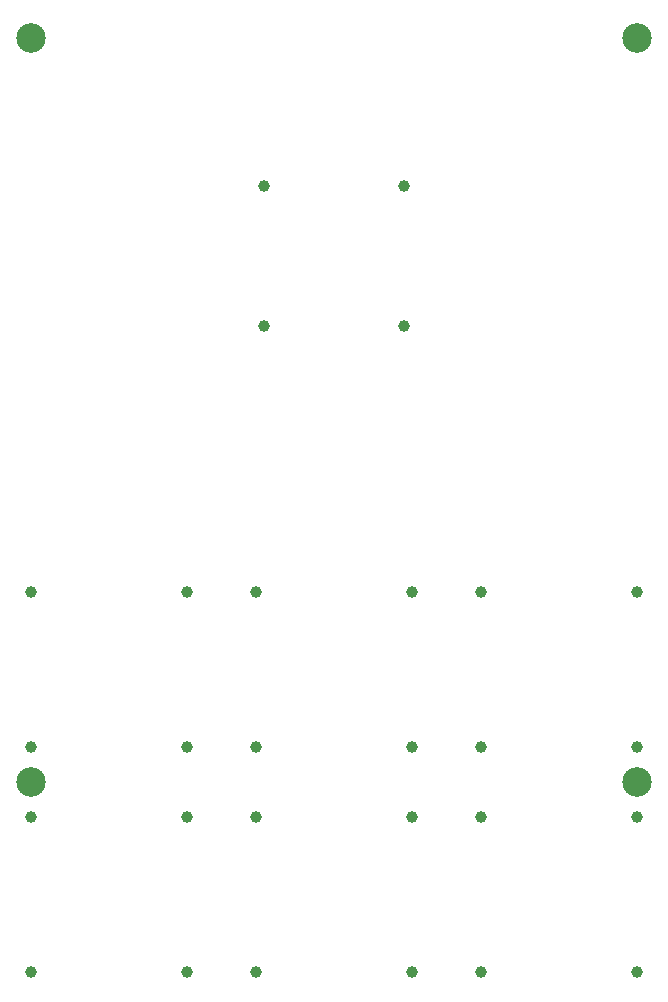
<source format=gts>
%TF.GenerationSoftware,KiCad,Pcbnew,(6.0.4)*%
%TF.CreationDate,2022-04-07T14:26:37+02:00*%
%TF.ProjectId,LBS6_Front_Plate,4c425336-5f46-4726-9f6e-745f506c6174,v1.01*%
%TF.SameCoordinates,Original*%
%TF.FileFunction,Soldermask,Top*%
%TF.FilePolarity,Negative*%
%FSLAX46Y46*%
G04 Gerber Fmt 4.6, Leading zero omitted, Abs format (unit mm)*
G04 Created by KiCad (PCBNEW (6.0.4)) date 2022-04-07 14:26:37*
%MOMM*%
%LPD*%
G01*
G04 APERTURE LIST*
%ADD10C,1.000000*%
%ADD11C,2.500000*%
G04 APERTURE END LIST*
D10*
X135898600Y-115631400D03*
X135898600Y-128788600D03*
X122741400Y-115631400D03*
X122741400Y-128788600D03*
X116848600Y-115631400D03*
X116848600Y-128788600D03*
X103691400Y-115631400D03*
X103691400Y-128788600D03*
X97798600Y-115631400D03*
X97798600Y-128788600D03*
X84641400Y-115631400D03*
X84641400Y-128788600D03*
X135898600Y-96581400D03*
X135898600Y-109738600D03*
X122741400Y-96581400D03*
X122741400Y-109738600D03*
X116848600Y-96581400D03*
X116848600Y-109738600D03*
X103691400Y-96581400D03*
X103691400Y-109738600D03*
X97798600Y-96581400D03*
X97798600Y-109738600D03*
X84641400Y-96581400D03*
X84641400Y-109738600D03*
D11*
X84600000Y-49730000D03*
X135940000Y-49730000D03*
X135940000Y-112685000D03*
X84600000Y-112685000D03*
D10*
X116220000Y-62210000D03*
X104320000Y-74110000D03*
X116220000Y-74110000D03*
X104320000Y-62210000D03*
M02*

</source>
